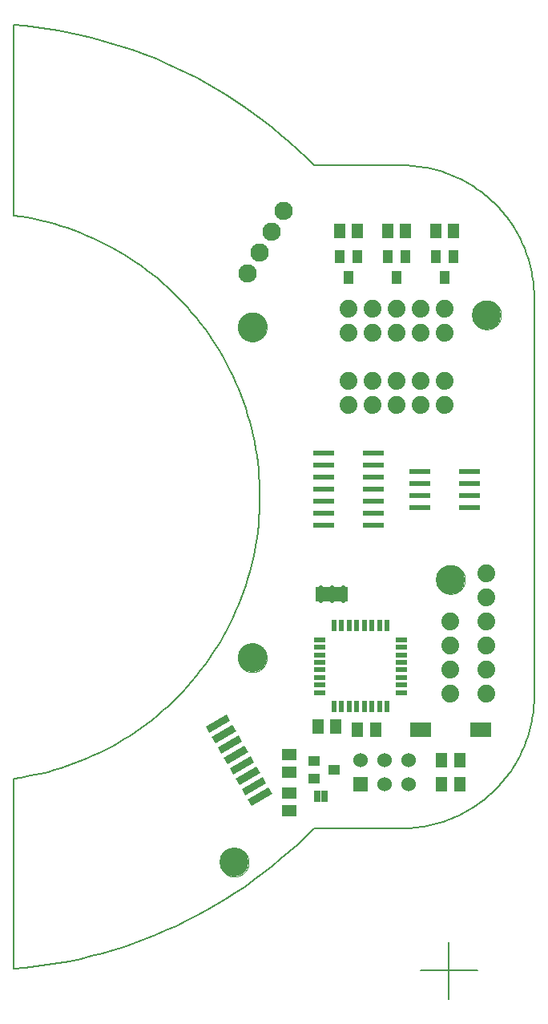
<source format=gts>
G75*
%MOIN*%
%OFA0B0*%
%FSLAX25Y25*%
%IPPOS*%
%LPD*%
%AMOC8*
5,1,8,0,0,1.08239X$1,22.5*
%
%ADD10C,0.00600*%
%ADD11C,0.00000*%
%ADD12C,0.12000*%
%ADD13R,0.05906X0.05118*%
%ADD14R,0.04724X0.04000*%
%ADD15R,0.02500X0.05000*%
%ADD16C,0.07400*%
%ADD17R,0.10000X0.03000*%
%ADD18R,0.03937X0.05512*%
%ADD19R,0.05118X0.05906*%
%ADD20R,0.08661X0.02362*%
%ADD21R,0.02200X0.05000*%
%ADD22R,0.05000X0.02200*%
%ADD23C,0.01772*%
%ADD24R,0.13760X0.06040*%
%ADD25R,0.06000X0.06000*%
%ADD26C,0.06000*%
%ADD27C,0.07600*%
%ADD28R,0.09055X0.06299*%
D10*
X0001300Y0013742D02*
X0001300Y0092906D01*
X0001300Y0013742D02*
X0005974Y0014173D01*
X0010636Y0014716D01*
X0015284Y0015369D01*
X0019914Y0016133D01*
X0024526Y0017008D01*
X0029115Y0017992D01*
X0033680Y0019085D01*
X0038217Y0020287D01*
X0042724Y0021596D01*
X0047198Y0023013D01*
X0051638Y0024536D01*
X0056040Y0026164D01*
X0060402Y0027897D01*
X0064721Y0029733D01*
X0068996Y0031672D01*
X0073223Y0033712D01*
X0077400Y0035852D01*
X0081525Y0038091D01*
X0085595Y0040428D01*
X0089609Y0042862D01*
X0093563Y0045390D01*
X0097456Y0048012D01*
X0101285Y0050726D01*
X0105049Y0053531D01*
X0108744Y0056424D01*
X0112370Y0059405D01*
X0115923Y0062471D01*
X0119403Y0065621D01*
X0122806Y0068854D01*
X0126131Y0072166D01*
X0162717Y0072166D01*
X0182402Y0024922D02*
X0182402Y0001300D01*
X0170591Y0013111D02*
X0194213Y0013111D01*
X0217835Y0127284D02*
X0217835Y0292639D01*
X0217819Y0293971D01*
X0217771Y0295302D01*
X0217690Y0296631D01*
X0217578Y0297959D01*
X0217433Y0299283D01*
X0217257Y0300603D01*
X0217048Y0301919D01*
X0216808Y0303229D01*
X0216536Y0304533D01*
X0216233Y0305830D01*
X0215899Y0307119D01*
X0215534Y0308400D01*
X0215137Y0309671D01*
X0214710Y0310933D01*
X0214253Y0312184D01*
X0213766Y0313424D01*
X0213249Y0314651D01*
X0212702Y0315866D01*
X0212126Y0317067D01*
X0211522Y0318254D01*
X0210888Y0319425D01*
X0210227Y0320582D01*
X0209538Y0321721D01*
X0208822Y0322844D01*
X0208078Y0323950D01*
X0207308Y0325037D01*
X0206513Y0326105D01*
X0205691Y0327153D01*
X0204845Y0328181D01*
X0203973Y0329189D01*
X0203078Y0330175D01*
X0202159Y0331140D01*
X0201218Y0332081D01*
X0200253Y0333000D01*
X0199267Y0333895D01*
X0198259Y0334767D01*
X0197231Y0335613D01*
X0196183Y0336435D01*
X0195115Y0337230D01*
X0194028Y0338000D01*
X0192922Y0338744D01*
X0191799Y0339460D01*
X0190660Y0340149D01*
X0189503Y0340810D01*
X0188332Y0341444D01*
X0187145Y0342048D01*
X0185944Y0342624D01*
X0184729Y0343171D01*
X0183502Y0343688D01*
X0182262Y0344175D01*
X0181011Y0344632D01*
X0179749Y0345059D01*
X0178478Y0345456D01*
X0177197Y0345821D01*
X0175908Y0346155D01*
X0174611Y0346458D01*
X0173307Y0346730D01*
X0171997Y0346970D01*
X0170681Y0347179D01*
X0169361Y0347355D01*
X0168037Y0347500D01*
X0166709Y0347612D01*
X0165380Y0347693D01*
X0164049Y0347741D01*
X0162717Y0347757D01*
X0126131Y0347757D01*
X0217835Y0127284D02*
X0217819Y0125952D01*
X0217771Y0124621D01*
X0217690Y0123292D01*
X0217578Y0121964D01*
X0217433Y0120640D01*
X0217257Y0119320D01*
X0217048Y0118004D01*
X0216808Y0116694D01*
X0216536Y0115390D01*
X0216233Y0114093D01*
X0215899Y0112804D01*
X0215534Y0111523D01*
X0215137Y0110252D01*
X0214710Y0108990D01*
X0214253Y0107739D01*
X0213766Y0106499D01*
X0213249Y0105272D01*
X0212702Y0104057D01*
X0212126Y0102856D01*
X0211522Y0101669D01*
X0210888Y0100498D01*
X0210227Y0099341D01*
X0209538Y0098202D01*
X0208822Y0097079D01*
X0208078Y0095973D01*
X0207308Y0094886D01*
X0206513Y0093818D01*
X0205691Y0092770D01*
X0204845Y0091742D01*
X0203973Y0090734D01*
X0203078Y0089748D01*
X0202159Y0088783D01*
X0201218Y0087842D01*
X0200253Y0086923D01*
X0199267Y0086028D01*
X0198259Y0085156D01*
X0197231Y0084310D01*
X0196183Y0083488D01*
X0195115Y0082693D01*
X0194028Y0081923D01*
X0192922Y0081179D01*
X0191799Y0080463D01*
X0190660Y0079774D01*
X0189503Y0079113D01*
X0188332Y0078479D01*
X0187145Y0077875D01*
X0185944Y0077299D01*
X0184729Y0076752D01*
X0183502Y0076235D01*
X0182262Y0075748D01*
X0181011Y0075291D01*
X0179749Y0074864D01*
X0178478Y0074467D01*
X0177197Y0074102D01*
X0175908Y0073768D01*
X0174611Y0073465D01*
X0173307Y0073193D01*
X0171997Y0072953D01*
X0170681Y0072744D01*
X0169361Y0072568D01*
X0168037Y0072423D01*
X0166709Y0072311D01*
X0165380Y0072230D01*
X0164049Y0072182D01*
X0162717Y0072166D01*
X0001300Y0092906D02*
X0004146Y0093324D01*
X0006981Y0093811D01*
X0009804Y0094368D01*
X0012612Y0094993D01*
X0015404Y0095686D01*
X0018178Y0096447D01*
X0020933Y0097275D01*
X0023667Y0098170D01*
X0026378Y0099131D01*
X0029065Y0100159D01*
X0031727Y0101251D01*
X0034361Y0102408D01*
X0036965Y0103628D01*
X0039540Y0104912D01*
X0042082Y0106258D01*
X0044591Y0107666D01*
X0047065Y0109134D01*
X0049502Y0110662D01*
X0051902Y0112249D01*
X0054262Y0113894D01*
X0056581Y0115596D01*
X0058858Y0117353D01*
X0061092Y0119166D01*
X0063281Y0121033D01*
X0065424Y0122952D01*
X0067519Y0124923D01*
X0069566Y0126945D01*
X0071563Y0129016D01*
X0073509Y0131134D01*
X0075402Y0133300D01*
X0077243Y0135511D01*
X0079029Y0137766D01*
X0080759Y0140064D01*
X0082433Y0142404D01*
X0084050Y0144783D01*
X0085608Y0147201D01*
X0087107Y0149657D01*
X0088545Y0152148D01*
X0089923Y0154674D01*
X0091238Y0157232D01*
X0092491Y0159821D01*
X0093681Y0162441D01*
X0094806Y0165088D01*
X0095866Y0167763D01*
X0096861Y0170462D01*
X0097790Y0173184D01*
X0098653Y0175929D01*
X0099448Y0178693D01*
X0100176Y0181477D01*
X0100835Y0184277D01*
X0101427Y0187092D01*
X0101949Y0189921D01*
X0102403Y0192762D01*
X0102787Y0195612D01*
X0103102Y0198472D01*
X0103347Y0201338D01*
X0103522Y0204210D01*
X0103627Y0207084D01*
X0103662Y0209961D01*
X0103627Y0212838D01*
X0103522Y0215712D01*
X0103347Y0218584D01*
X0103102Y0221450D01*
X0102787Y0224310D01*
X0102403Y0227160D01*
X0101949Y0230001D01*
X0101427Y0232830D01*
X0100835Y0235645D01*
X0100176Y0238445D01*
X0099448Y0241229D01*
X0098653Y0243993D01*
X0097790Y0246738D01*
X0096861Y0249460D01*
X0095866Y0252159D01*
X0094806Y0254834D01*
X0093681Y0257481D01*
X0092491Y0260101D01*
X0091238Y0262690D01*
X0089923Y0265248D01*
X0088545Y0267774D01*
X0087107Y0270265D01*
X0085608Y0272721D01*
X0084050Y0275139D01*
X0082433Y0277518D01*
X0080759Y0279858D01*
X0079029Y0282156D01*
X0077243Y0284411D01*
X0075402Y0286622D01*
X0073509Y0288788D01*
X0071563Y0290906D01*
X0069566Y0292977D01*
X0067519Y0294999D01*
X0065424Y0296970D01*
X0063281Y0298889D01*
X0061092Y0300756D01*
X0058858Y0302569D01*
X0056581Y0304326D01*
X0054262Y0306028D01*
X0051902Y0307673D01*
X0049502Y0309260D01*
X0047065Y0310788D01*
X0044591Y0312256D01*
X0042082Y0313664D01*
X0039540Y0315010D01*
X0036965Y0316294D01*
X0034361Y0317514D01*
X0031727Y0318671D01*
X0029065Y0319763D01*
X0026378Y0320791D01*
X0023667Y0321752D01*
X0020933Y0322647D01*
X0018178Y0323475D01*
X0015404Y0324236D01*
X0012612Y0324929D01*
X0009804Y0325554D01*
X0006981Y0326111D01*
X0004146Y0326598D01*
X0001300Y0327016D01*
X0001300Y0327017D02*
X0001300Y0406220D01*
X0005974Y0405787D01*
X0010636Y0405244D01*
X0015285Y0404589D01*
X0019916Y0403823D01*
X0024528Y0402948D01*
X0029117Y0401962D01*
X0033682Y0400868D01*
X0038219Y0399665D01*
X0042726Y0398354D01*
X0047201Y0396936D01*
X0051641Y0395412D01*
X0056043Y0393782D01*
X0060405Y0392048D01*
X0064725Y0390210D01*
X0068999Y0388270D01*
X0073226Y0386229D01*
X0077403Y0384087D01*
X0081528Y0381847D01*
X0085598Y0379508D01*
X0089612Y0377074D01*
X0093566Y0374544D01*
X0097458Y0371921D01*
X0101288Y0369205D01*
X0105051Y0366400D01*
X0108746Y0363505D01*
X0112371Y0360523D01*
X0115924Y0357455D01*
X0119403Y0354304D01*
X0122806Y0351070D01*
X0126131Y0347756D01*
D11*
X0094552Y0280611D02*
X0094554Y0280765D01*
X0094560Y0280920D01*
X0094570Y0281074D01*
X0094584Y0281228D01*
X0094602Y0281381D01*
X0094623Y0281534D01*
X0094649Y0281687D01*
X0094679Y0281838D01*
X0094712Y0281989D01*
X0094750Y0282139D01*
X0094791Y0282288D01*
X0094836Y0282436D01*
X0094885Y0282582D01*
X0094938Y0282728D01*
X0094994Y0282871D01*
X0095054Y0283014D01*
X0095118Y0283154D01*
X0095185Y0283294D01*
X0095256Y0283431D01*
X0095330Y0283566D01*
X0095408Y0283700D01*
X0095489Y0283831D01*
X0095574Y0283960D01*
X0095662Y0284088D01*
X0095753Y0284212D01*
X0095847Y0284335D01*
X0095945Y0284455D01*
X0096045Y0284572D01*
X0096149Y0284687D01*
X0096255Y0284799D01*
X0096364Y0284908D01*
X0096476Y0285014D01*
X0096591Y0285118D01*
X0096708Y0285218D01*
X0096828Y0285316D01*
X0096951Y0285410D01*
X0097075Y0285501D01*
X0097203Y0285589D01*
X0097332Y0285674D01*
X0097463Y0285755D01*
X0097597Y0285833D01*
X0097732Y0285907D01*
X0097869Y0285978D01*
X0098009Y0286045D01*
X0098149Y0286109D01*
X0098292Y0286169D01*
X0098435Y0286225D01*
X0098581Y0286278D01*
X0098727Y0286327D01*
X0098875Y0286372D01*
X0099024Y0286413D01*
X0099174Y0286451D01*
X0099325Y0286484D01*
X0099476Y0286514D01*
X0099629Y0286540D01*
X0099782Y0286561D01*
X0099935Y0286579D01*
X0100089Y0286593D01*
X0100243Y0286603D01*
X0100398Y0286609D01*
X0100552Y0286611D01*
X0100706Y0286609D01*
X0100861Y0286603D01*
X0101015Y0286593D01*
X0101169Y0286579D01*
X0101322Y0286561D01*
X0101475Y0286540D01*
X0101628Y0286514D01*
X0101779Y0286484D01*
X0101930Y0286451D01*
X0102080Y0286413D01*
X0102229Y0286372D01*
X0102377Y0286327D01*
X0102523Y0286278D01*
X0102669Y0286225D01*
X0102812Y0286169D01*
X0102955Y0286109D01*
X0103095Y0286045D01*
X0103235Y0285978D01*
X0103372Y0285907D01*
X0103507Y0285833D01*
X0103641Y0285755D01*
X0103772Y0285674D01*
X0103901Y0285589D01*
X0104029Y0285501D01*
X0104153Y0285410D01*
X0104276Y0285316D01*
X0104396Y0285218D01*
X0104513Y0285118D01*
X0104628Y0285014D01*
X0104740Y0284908D01*
X0104849Y0284799D01*
X0104955Y0284687D01*
X0105059Y0284572D01*
X0105159Y0284455D01*
X0105257Y0284335D01*
X0105351Y0284212D01*
X0105442Y0284088D01*
X0105530Y0283960D01*
X0105615Y0283831D01*
X0105696Y0283700D01*
X0105774Y0283566D01*
X0105848Y0283431D01*
X0105919Y0283294D01*
X0105986Y0283154D01*
X0106050Y0283014D01*
X0106110Y0282871D01*
X0106166Y0282728D01*
X0106219Y0282582D01*
X0106268Y0282436D01*
X0106313Y0282288D01*
X0106354Y0282139D01*
X0106392Y0281989D01*
X0106425Y0281838D01*
X0106455Y0281687D01*
X0106481Y0281534D01*
X0106502Y0281381D01*
X0106520Y0281228D01*
X0106534Y0281074D01*
X0106544Y0280920D01*
X0106550Y0280765D01*
X0106552Y0280611D01*
X0106550Y0280457D01*
X0106544Y0280302D01*
X0106534Y0280148D01*
X0106520Y0279994D01*
X0106502Y0279841D01*
X0106481Y0279688D01*
X0106455Y0279535D01*
X0106425Y0279384D01*
X0106392Y0279233D01*
X0106354Y0279083D01*
X0106313Y0278934D01*
X0106268Y0278786D01*
X0106219Y0278640D01*
X0106166Y0278494D01*
X0106110Y0278351D01*
X0106050Y0278208D01*
X0105986Y0278068D01*
X0105919Y0277928D01*
X0105848Y0277791D01*
X0105774Y0277656D01*
X0105696Y0277522D01*
X0105615Y0277391D01*
X0105530Y0277262D01*
X0105442Y0277134D01*
X0105351Y0277010D01*
X0105257Y0276887D01*
X0105159Y0276767D01*
X0105059Y0276650D01*
X0104955Y0276535D01*
X0104849Y0276423D01*
X0104740Y0276314D01*
X0104628Y0276208D01*
X0104513Y0276104D01*
X0104396Y0276004D01*
X0104276Y0275906D01*
X0104153Y0275812D01*
X0104029Y0275721D01*
X0103901Y0275633D01*
X0103772Y0275548D01*
X0103641Y0275467D01*
X0103507Y0275389D01*
X0103372Y0275315D01*
X0103235Y0275244D01*
X0103095Y0275177D01*
X0102955Y0275113D01*
X0102812Y0275053D01*
X0102669Y0274997D01*
X0102523Y0274944D01*
X0102377Y0274895D01*
X0102229Y0274850D01*
X0102080Y0274809D01*
X0101930Y0274771D01*
X0101779Y0274738D01*
X0101628Y0274708D01*
X0101475Y0274682D01*
X0101322Y0274661D01*
X0101169Y0274643D01*
X0101015Y0274629D01*
X0100861Y0274619D01*
X0100706Y0274613D01*
X0100552Y0274611D01*
X0100398Y0274613D01*
X0100243Y0274619D01*
X0100089Y0274629D01*
X0099935Y0274643D01*
X0099782Y0274661D01*
X0099629Y0274682D01*
X0099476Y0274708D01*
X0099325Y0274738D01*
X0099174Y0274771D01*
X0099024Y0274809D01*
X0098875Y0274850D01*
X0098727Y0274895D01*
X0098581Y0274944D01*
X0098435Y0274997D01*
X0098292Y0275053D01*
X0098149Y0275113D01*
X0098009Y0275177D01*
X0097869Y0275244D01*
X0097732Y0275315D01*
X0097597Y0275389D01*
X0097463Y0275467D01*
X0097332Y0275548D01*
X0097203Y0275633D01*
X0097075Y0275721D01*
X0096951Y0275812D01*
X0096828Y0275906D01*
X0096708Y0276004D01*
X0096591Y0276104D01*
X0096476Y0276208D01*
X0096364Y0276314D01*
X0096255Y0276423D01*
X0096149Y0276535D01*
X0096045Y0276650D01*
X0095945Y0276767D01*
X0095847Y0276887D01*
X0095753Y0277010D01*
X0095662Y0277134D01*
X0095574Y0277262D01*
X0095489Y0277391D01*
X0095408Y0277522D01*
X0095330Y0277656D01*
X0095256Y0277791D01*
X0095185Y0277928D01*
X0095118Y0278068D01*
X0095054Y0278208D01*
X0094994Y0278351D01*
X0094938Y0278494D01*
X0094885Y0278640D01*
X0094836Y0278786D01*
X0094791Y0278934D01*
X0094750Y0279083D01*
X0094712Y0279233D01*
X0094679Y0279384D01*
X0094649Y0279535D01*
X0094623Y0279688D01*
X0094602Y0279841D01*
X0094584Y0279994D01*
X0094570Y0280148D01*
X0094560Y0280302D01*
X0094554Y0280457D01*
X0094552Y0280611D01*
X0094552Y0143111D02*
X0094554Y0143265D01*
X0094560Y0143420D01*
X0094570Y0143574D01*
X0094584Y0143728D01*
X0094602Y0143881D01*
X0094623Y0144034D01*
X0094649Y0144187D01*
X0094679Y0144338D01*
X0094712Y0144489D01*
X0094750Y0144639D01*
X0094791Y0144788D01*
X0094836Y0144936D01*
X0094885Y0145082D01*
X0094938Y0145228D01*
X0094994Y0145371D01*
X0095054Y0145514D01*
X0095118Y0145654D01*
X0095185Y0145794D01*
X0095256Y0145931D01*
X0095330Y0146066D01*
X0095408Y0146200D01*
X0095489Y0146331D01*
X0095574Y0146460D01*
X0095662Y0146588D01*
X0095753Y0146712D01*
X0095847Y0146835D01*
X0095945Y0146955D01*
X0096045Y0147072D01*
X0096149Y0147187D01*
X0096255Y0147299D01*
X0096364Y0147408D01*
X0096476Y0147514D01*
X0096591Y0147618D01*
X0096708Y0147718D01*
X0096828Y0147816D01*
X0096951Y0147910D01*
X0097075Y0148001D01*
X0097203Y0148089D01*
X0097332Y0148174D01*
X0097463Y0148255D01*
X0097597Y0148333D01*
X0097732Y0148407D01*
X0097869Y0148478D01*
X0098009Y0148545D01*
X0098149Y0148609D01*
X0098292Y0148669D01*
X0098435Y0148725D01*
X0098581Y0148778D01*
X0098727Y0148827D01*
X0098875Y0148872D01*
X0099024Y0148913D01*
X0099174Y0148951D01*
X0099325Y0148984D01*
X0099476Y0149014D01*
X0099629Y0149040D01*
X0099782Y0149061D01*
X0099935Y0149079D01*
X0100089Y0149093D01*
X0100243Y0149103D01*
X0100398Y0149109D01*
X0100552Y0149111D01*
X0100706Y0149109D01*
X0100861Y0149103D01*
X0101015Y0149093D01*
X0101169Y0149079D01*
X0101322Y0149061D01*
X0101475Y0149040D01*
X0101628Y0149014D01*
X0101779Y0148984D01*
X0101930Y0148951D01*
X0102080Y0148913D01*
X0102229Y0148872D01*
X0102377Y0148827D01*
X0102523Y0148778D01*
X0102669Y0148725D01*
X0102812Y0148669D01*
X0102955Y0148609D01*
X0103095Y0148545D01*
X0103235Y0148478D01*
X0103372Y0148407D01*
X0103507Y0148333D01*
X0103641Y0148255D01*
X0103772Y0148174D01*
X0103901Y0148089D01*
X0104029Y0148001D01*
X0104153Y0147910D01*
X0104276Y0147816D01*
X0104396Y0147718D01*
X0104513Y0147618D01*
X0104628Y0147514D01*
X0104740Y0147408D01*
X0104849Y0147299D01*
X0104955Y0147187D01*
X0105059Y0147072D01*
X0105159Y0146955D01*
X0105257Y0146835D01*
X0105351Y0146712D01*
X0105442Y0146588D01*
X0105530Y0146460D01*
X0105615Y0146331D01*
X0105696Y0146200D01*
X0105774Y0146066D01*
X0105848Y0145931D01*
X0105919Y0145794D01*
X0105986Y0145654D01*
X0106050Y0145514D01*
X0106110Y0145371D01*
X0106166Y0145228D01*
X0106219Y0145082D01*
X0106268Y0144936D01*
X0106313Y0144788D01*
X0106354Y0144639D01*
X0106392Y0144489D01*
X0106425Y0144338D01*
X0106455Y0144187D01*
X0106481Y0144034D01*
X0106502Y0143881D01*
X0106520Y0143728D01*
X0106534Y0143574D01*
X0106544Y0143420D01*
X0106550Y0143265D01*
X0106552Y0143111D01*
X0106550Y0142957D01*
X0106544Y0142802D01*
X0106534Y0142648D01*
X0106520Y0142494D01*
X0106502Y0142341D01*
X0106481Y0142188D01*
X0106455Y0142035D01*
X0106425Y0141884D01*
X0106392Y0141733D01*
X0106354Y0141583D01*
X0106313Y0141434D01*
X0106268Y0141286D01*
X0106219Y0141140D01*
X0106166Y0140994D01*
X0106110Y0140851D01*
X0106050Y0140708D01*
X0105986Y0140568D01*
X0105919Y0140428D01*
X0105848Y0140291D01*
X0105774Y0140156D01*
X0105696Y0140022D01*
X0105615Y0139891D01*
X0105530Y0139762D01*
X0105442Y0139634D01*
X0105351Y0139510D01*
X0105257Y0139387D01*
X0105159Y0139267D01*
X0105059Y0139150D01*
X0104955Y0139035D01*
X0104849Y0138923D01*
X0104740Y0138814D01*
X0104628Y0138708D01*
X0104513Y0138604D01*
X0104396Y0138504D01*
X0104276Y0138406D01*
X0104153Y0138312D01*
X0104029Y0138221D01*
X0103901Y0138133D01*
X0103772Y0138048D01*
X0103641Y0137967D01*
X0103507Y0137889D01*
X0103372Y0137815D01*
X0103235Y0137744D01*
X0103095Y0137677D01*
X0102955Y0137613D01*
X0102812Y0137553D01*
X0102669Y0137497D01*
X0102523Y0137444D01*
X0102377Y0137395D01*
X0102229Y0137350D01*
X0102080Y0137309D01*
X0101930Y0137271D01*
X0101779Y0137238D01*
X0101628Y0137208D01*
X0101475Y0137182D01*
X0101322Y0137161D01*
X0101169Y0137143D01*
X0101015Y0137129D01*
X0100861Y0137119D01*
X0100706Y0137113D01*
X0100552Y0137111D01*
X0100398Y0137113D01*
X0100243Y0137119D01*
X0100089Y0137129D01*
X0099935Y0137143D01*
X0099782Y0137161D01*
X0099629Y0137182D01*
X0099476Y0137208D01*
X0099325Y0137238D01*
X0099174Y0137271D01*
X0099024Y0137309D01*
X0098875Y0137350D01*
X0098727Y0137395D01*
X0098581Y0137444D01*
X0098435Y0137497D01*
X0098292Y0137553D01*
X0098149Y0137613D01*
X0098009Y0137677D01*
X0097869Y0137744D01*
X0097732Y0137815D01*
X0097597Y0137889D01*
X0097463Y0137967D01*
X0097332Y0138048D01*
X0097203Y0138133D01*
X0097075Y0138221D01*
X0096951Y0138312D01*
X0096828Y0138406D01*
X0096708Y0138504D01*
X0096591Y0138604D01*
X0096476Y0138708D01*
X0096364Y0138814D01*
X0096255Y0138923D01*
X0096149Y0139035D01*
X0096045Y0139150D01*
X0095945Y0139267D01*
X0095847Y0139387D01*
X0095753Y0139510D01*
X0095662Y0139634D01*
X0095574Y0139762D01*
X0095489Y0139891D01*
X0095408Y0140022D01*
X0095330Y0140156D01*
X0095256Y0140291D01*
X0095185Y0140428D01*
X0095118Y0140568D01*
X0095054Y0140708D01*
X0094994Y0140851D01*
X0094938Y0140994D01*
X0094885Y0141140D01*
X0094836Y0141286D01*
X0094791Y0141434D01*
X0094750Y0141583D01*
X0094712Y0141733D01*
X0094679Y0141884D01*
X0094649Y0142035D01*
X0094623Y0142188D01*
X0094602Y0142341D01*
X0094584Y0142494D01*
X0094570Y0142648D01*
X0094560Y0142802D01*
X0094554Y0142957D01*
X0094552Y0143111D01*
X0087052Y0058111D02*
X0087054Y0058265D01*
X0087060Y0058420D01*
X0087070Y0058574D01*
X0087084Y0058728D01*
X0087102Y0058881D01*
X0087123Y0059034D01*
X0087149Y0059187D01*
X0087179Y0059338D01*
X0087212Y0059489D01*
X0087250Y0059639D01*
X0087291Y0059788D01*
X0087336Y0059936D01*
X0087385Y0060082D01*
X0087438Y0060228D01*
X0087494Y0060371D01*
X0087554Y0060514D01*
X0087618Y0060654D01*
X0087685Y0060794D01*
X0087756Y0060931D01*
X0087830Y0061066D01*
X0087908Y0061200D01*
X0087989Y0061331D01*
X0088074Y0061460D01*
X0088162Y0061588D01*
X0088253Y0061712D01*
X0088347Y0061835D01*
X0088445Y0061955D01*
X0088545Y0062072D01*
X0088649Y0062187D01*
X0088755Y0062299D01*
X0088864Y0062408D01*
X0088976Y0062514D01*
X0089091Y0062618D01*
X0089208Y0062718D01*
X0089328Y0062816D01*
X0089451Y0062910D01*
X0089575Y0063001D01*
X0089703Y0063089D01*
X0089832Y0063174D01*
X0089963Y0063255D01*
X0090097Y0063333D01*
X0090232Y0063407D01*
X0090369Y0063478D01*
X0090509Y0063545D01*
X0090649Y0063609D01*
X0090792Y0063669D01*
X0090935Y0063725D01*
X0091081Y0063778D01*
X0091227Y0063827D01*
X0091375Y0063872D01*
X0091524Y0063913D01*
X0091674Y0063951D01*
X0091825Y0063984D01*
X0091976Y0064014D01*
X0092129Y0064040D01*
X0092282Y0064061D01*
X0092435Y0064079D01*
X0092589Y0064093D01*
X0092743Y0064103D01*
X0092898Y0064109D01*
X0093052Y0064111D01*
X0093206Y0064109D01*
X0093361Y0064103D01*
X0093515Y0064093D01*
X0093669Y0064079D01*
X0093822Y0064061D01*
X0093975Y0064040D01*
X0094128Y0064014D01*
X0094279Y0063984D01*
X0094430Y0063951D01*
X0094580Y0063913D01*
X0094729Y0063872D01*
X0094877Y0063827D01*
X0095023Y0063778D01*
X0095169Y0063725D01*
X0095312Y0063669D01*
X0095455Y0063609D01*
X0095595Y0063545D01*
X0095735Y0063478D01*
X0095872Y0063407D01*
X0096007Y0063333D01*
X0096141Y0063255D01*
X0096272Y0063174D01*
X0096401Y0063089D01*
X0096529Y0063001D01*
X0096653Y0062910D01*
X0096776Y0062816D01*
X0096896Y0062718D01*
X0097013Y0062618D01*
X0097128Y0062514D01*
X0097240Y0062408D01*
X0097349Y0062299D01*
X0097455Y0062187D01*
X0097559Y0062072D01*
X0097659Y0061955D01*
X0097757Y0061835D01*
X0097851Y0061712D01*
X0097942Y0061588D01*
X0098030Y0061460D01*
X0098115Y0061331D01*
X0098196Y0061200D01*
X0098274Y0061066D01*
X0098348Y0060931D01*
X0098419Y0060794D01*
X0098486Y0060654D01*
X0098550Y0060514D01*
X0098610Y0060371D01*
X0098666Y0060228D01*
X0098719Y0060082D01*
X0098768Y0059936D01*
X0098813Y0059788D01*
X0098854Y0059639D01*
X0098892Y0059489D01*
X0098925Y0059338D01*
X0098955Y0059187D01*
X0098981Y0059034D01*
X0099002Y0058881D01*
X0099020Y0058728D01*
X0099034Y0058574D01*
X0099044Y0058420D01*
X0099050Y0058265D01*
X0099052Y0058111D01*
X0099050Y0057957D01*
X0099044Y0057802D01*
X0099034Y0057648D01*
X0099020Y0057494D01*
X0099002Y0057341D01*
X0098981Y0057188D01*
X0098955Y0057035D01*
X0098925Y0056884D01*
X0098892Y0056733D01*
X0098854Y0056583D01*
X0098813Y0056434D01*
X0098768Y0056286D01*
X0098719Y0056140D01*
X0098666Y0055994D01*
X0098610Y0055851D01*
X0098550Y0055708D01*
X0098486Y0055568D01*
X0098419Y0055428D01*
X0098348Y0055291D01*
X0098274Y0055156D01*
X0098196Y0055022D01*
X0098115Y0054891D01*
X0098030Y0054762D01*
X0097942Y0054634D01*
X0097851Y0054510D01*
X0097757Y0054387D01*
X0097659Y0054267D01*
X0097559Y0054150D01*
X0097455Y0054035D01*
X0097349Y0053923D01*
X0097240Y0053814D01*
X0097128Y0053708D01*
X0097013Y0053604D01*
X0096896Y0053504D01*
X0096776Y0053406D01*
X0096653Y0053312D01*
X0096529Y0053221D01*
X0096401Y0053133D01*
X0096272Y0053048D01*
X0096141Y0052967D01*
X0096007Y0052889D01*
X0095872Y0052815D01*
X0095735Y0052744D01*
X0095595Y0052677D01*
X0095455Y0052613D01*
X0095312Y0052553D01*
X0095169Y0052497D01*
X0095023Y0052444D01*
X0094877Y0052395D01*
X0094729Y0052350D01*
X0094580Y0052309D01*
X0094430Y0052271D01*
X0094279Y0052238D01*
X0094128Y0052208D01*
X0093975Y0052182D01*
X0093822Y0052161D01*
X0093669Y0052143D01*
X0093515Y0052129D01*
X0093361Y0052119D01*
X0093206Y0052113D01*
X0093052Y0052111D01*
X0092898Y0052113D01*
X0092743Y0052119D01*
X0092589Y0052129D01*
X0092435Y0052143D01*
X0092282Y0052161D01*
X0092129Y0052182D01*
X0091976Y0052208D01*
X0091825Y0052238D01*
X0091674Y0052271D01*
X0091524Y0052309D01*
X0091375Y0052350D01*
X0091227Y0052395D01*
X0091081Y0052444D01*
X0090935Y0052497D01*
X0090792Y0052553D01*
X0090649Y0052613D01*
X0090509Y0052677D01*
X0090369Y0052744D01*
X0090232Y0052815D01*
X0090097Y0052889D01*
X0089963Y0052967D01*
X0089832Y0053048D01*
X0089703Y0053133D01*
X0089575Y0053221D01*
X0089451Y0053312D01*
X0089328Y0053406D01*
X0089208Y0053504D01*
X0089091Y0053604D01*
X0088976Y0053708D01*
X0088864Y0053814D01*
X0088755Y0053923D01*
X0088649Y0054035D01*
X0088545Y0054150D01*
X0088445Y0054267D01*
X0088347Y0054387D01*
X0088253Y0054510D01*
X0088162Y0054634D01*
X0088074Y0054762D01*
X0087989Y0054891D01*
X0087908Y0055022D01*
X0087830Y0055156D01*
X0087756Y0055291D01*
X0087685Y0055428D01*
X0087618Y0055568D01*
X0087554Y0055708D01*
X0087494Y0055851D01*
X0087438Y0055994D01*
X0087385Y0056140D01*
X0087336Y0056286D01*
X0087291Y0056434D01*
X0087250Y0056583D01*
X0087212Y0056733D01*
X0087179Y0056884D01*
X0087149Y0057035D01*
X0087123Y0057188D01*
X0087102Y0057341D01*
X0087084Y0057494D01*
X0087070Y0057648D01*
X0087060Y0057802D01*
X0087054Y0057957D01*
X0087052Y0058111D01*
X0177052Y0175611D02*
X0177054Y0175765D01*
X0177060Y0175920D01*
X0177070Y0176074D01*
X0177084Y0176228D01*
X0177102Y0176381D01*
X0177123Y0176534D01*
X0177149Y0176687D01*
X0177179Y0176838D01*
X0177212Y0176989D01*
X0177250Y0177139D01*
X0177291Y0177288D01*
X0177336Y0177436D01*
X0177385Y0177582D01*
X0177438Y0177728D01*
X0177494Y0177871D01*
X0177554Y0178014D01*
X0177618Y0178154D01*
X0177685Y0178294D01*
X0177756Y0178431D01*
X0177830Y0178566D01*
X0177908Y0178700D01*
X0177989Y0178831D01*
X0178074Y0178960D01*
X0178162Y0179088D01*
X0178253Y0179212D01*
X0178347Y0179335D01*
X0178445Y0179455D01*
X0178545Y0179572D01*
X0178649Y0179687D01*
X0178755Y0179799D01*
X0178864Y0179908D01*
X0178976Y0180014D01*
X0179091Y0180118D01*
X0179208Y0180218D01*
X0179328Y0180316D01*
X0179451Y0180410D01*
X0179575Y0180501D01*
X0179703Y0180589D01*
X0179832Y0180674D01*
X0179963Y0180755D01*
X0180097Y0180833D01*
X0180232Y0180907D01*
X0180369Y0180978D01*
X0180509Y0181045D01*
X0180649Y0181109D01*
X0180792Y0181169D01*
X0180935Y0181225D01*
X0181081Y0181278D01*
X0181227Y0181327D01*
X0181375Y0181372D01*
X0181524Y0181413D01*
X0181674Y0181451D01*
X0181825Y0181484D01*
X0181976Y0181514D01*
X0182129Y0181540D01*
X0182282Y0181561D01*
X0182435Y0181579D01*
X0182589Y0181593D01*
X0182743Y0181603D01*
X0182898Y0181609D01*
X0183052Y0181611D01*
X0183206Y0181609D01*
X0183361Y0181603D01*
X0183515Y0181593D01*
X0183669Y0181579D01*
X0183822Y0181561D01*
X0183975Y0181540D01*
X0184128Y0181514D01*
X0184279Y0181484D01*
X0184430Y0181451D01*
X0184580Y0181413D01*
X0184729Y0181372D01*
X0184877Y0181327D01*
X0185023Y0181278D01*
X0185169Y0181225D01*
X0185312Y0181169D01*
X0185455Y0181109D01*
X0185595Y0181045D01*
X0185735Y0180978D01*
X0185872Y0180907D01*
X0186007Y0180833D01*
X0186141Y0180755D01*
X0186272Y0180674D01*
X0186401Y0180589D01*
X0186529Y0180501D01*
X0186653Y0180410D01*
X0186776Y0180316D01*
X0186896Y0180218D01*
X0187013Y0180118D01*
X0187128Y0180014D01*
X0187240Y0179908D01*
X0187349Y0179799D01*
X0187455Y0179687D01*
X0187559Y0179572D01*
X0187659Y0179455D01*
X0187757Y0179335D01*
X0187851Y0179212D01*
X0187942Y0179088D01*
X0188030Y0178960D01*
X0188115Y0178831D01*
X0188196Y0178700D01*
X0188274Y0178566D01*
X0188348Y0178431D01*
X0188419Y0178294D01*
X0188486Y0178154D01*
X0188550Y0178014D01*
X0188610Y0177871D01*
X0188666Y0177728D01*
X0188719Y0177582D01*
X0188768Y0177436D01*
X0188813Y0177288D01*
X0188854Y0177139D01*
X0188892Y0176989D01*
X0188925Y0176838D01*
X0188955Y0176687D01*
X0188981Y0176534D01*
X0189002Y0176381D01*
X0189020Y0176228D01*
X0189034Y0176074D01*
X0189044Y0175920D01*
X0189050Y0175765D01*
X0189052Y0175611D01*
X0189050Y0175457D01*
X0189044Y0175302D01*
X0189034Y0175148D01*
X0189020Y0174994D01*
X0189002Y0174841D01*
X0188981Y0174688D01*
X0188955Y0174535D01*
X0188925Y0174384D01*
X0188892Y0174233D01*
X0188854Y0174083D01*
X0188813Y0173934D01*
X0188768Y0173786D01*
X0188719Y0173640D01*
X0188666Y0173494D01*
X0188610Y0173351D01*
X0188550Y0173208D01*
X0188486Y0173068D01*
X0188419Y0172928D01*
X0188348Y0172791D01*
X0188274Y0172656D01*
X0188196Y0172522D01*
X0188115Y0172391D01*
X0188030Y0172262D01*
X0187942Y0172134D01*
X0187851Y0172010D01*
X0187757Y0171887D01*
X0187659Y0171767D01*
X0187559Y0171650D01*
X0187455Y0171535D01*
X0187349Y0171423D01*
X0187240Y0171314D01*
X0187128Y0171208D01*
X0187013Y0171104D01*
X0186896Y0171004D01*
X0186776Y0170906D01*
X0186653Y0170812D01*
X0186529Y0170721D01*
X0186401Y0170633D01*
X0186272Y0170548D01*
X0186141Y0170467D01*
X0186007Y0170389D01*
X0185872Y0170315D01*
X0185735Y0170244D01*
X0185595Y0170177D01*
X0185455Y0170113D01*
X0185312Y0170053D01*
X0185169Y0169997D01*
X0185023Y0169944D01*
X0184877Y0169895D01*
X0184729Y0169850D01*
X0184580Y0169809D01*
X0184430Y0169771D01*
X0184279Y0169738D01*
X0184128Y0169708D01*
X0183975Y0169682D01*
X0183822Y0169661D01*
X0183669Y0169643D01*
X0183515Y0169629D01*
X0183361Y0169619D01*
X0183206Y0169613D01*
X0183052Y0169611D01*
X0182898Y0169613D01*
X0182743Y0169619D01*
X0182589Y0169629D01*
X0182435Y0169643D01*
X0182282Y0169661D01*
X0182129Y0169682D01*
X0181976Y0169708D01*
X0181825Y0169738D01*
X0181674Y0169771D01*
X0181524Y0169809D01*
X0181375Y0169850D01*
X0181227Y0169895D01*
X0181081Y0169944D01*
X0180935Y0169997D01*
X0180792Y0170053D01*
X0180649Y0170113D01*
X0180509Y0170177D01*
X0180369Y0170244D01*
X0180232Y0170315D01*
X0180097Y0170389D01*
X0179963Y0170467D01*
X0179832Y0170548D01*
X0179703Y0170633D01*
X0179575Y0170721D01*
X0179451Y0170812D01*
X0179328Y0170906D01*
X0179208Y0171004D01*
X0179091Y0171104D01*
X0178976Y0171208D01*
X0178864Y0171314D01*
X0178755Y0171423D01*
X0178649Y0171535D01*
X0178545Y0171650D01*
X0178445Y0171767D01*
X0178347Y0171887D01*
X0178253Y0172010D01*
X0178162Y0172134D01*
X0178074Y0172262D01*
X0177989Y0172391D01*
X0177908Y0172522D01*
X0177830Y0172656D01*
X0177756Y0172791D01*
X0177685Y0172928D01*
X0177618Y0173068D01*
X0177554Y0173208D01*
X0177494Y0173351D01*
X0177438Y0173494D01*
X0177385Y0173640D01*
X0177336Y0173786D01*
X0177291Y0173934D01*
X0177250Y0174083D01*
X0177212Y0174233D01*
X0177179Y0174384D01*
X0177149Y0174535D01*
X0177123Y0174688D01*
X0177102Y0174841D01*
X0177084Y0174994D01*
X0177070Y0175148D01*
X0177060Y0175302D01*
X0177054Y0175457D01*
X0177052Y0175611D01*
X0192052Y0285611D02*
X0192054Y0285765D01*
X0192060Y0285920D01*
X0192070Y0286074D01*
X0192084Y0286228D01*
X0192102Y0286381D01*
X0192123Y0286534D01*
X0192149Y0286687D01*
X0192179Y0286838D01*
X0192212Y0286989D01*
X0192250Y0287139D01*
X0192291Y0287288D01*
X0192336Y0287436D01*
X0192385Y0287582D01*
X0192438Y0287728D01*
X0192494Y0287871D01*
X0192554Y0288014D01*
X0192618Y0288154D01*
X0192685Y0288294D01*
X0192756Y0288431D01*
X0192830Y0288566D01*
X0192908Y0288700D01*
X0192989Y0288831D01*
X0193074Y0288960D01*
X0193162Y0289088D01*
X0193253Y0289212D01*
X0193347Y0289335D01*
X0193445Y0289455D01*
X0193545Y0289572D01*
X0193649Y0289687D01*
X0193755Y0289799D01*
X0193864Y0289908D01*
X0193976Y0290014D01*
X0194091Y0290118D01*
X0194208Y0290218D01*
X0194328Y0290316D01*
X0194451Y0290410D01*
X0194575Y0290501D01*
X0194703Y0290589D01*
X0194832Y0290674D01*
X0194963Y0290755D01*
X0195097Y0290833D01*
X0195232Y0290907D01*
X0195369Y0290978D01*
X0195509Y0291045D01*
X0195649Y0291109D01*
X0195792Y0291169D01*
X0195935Y0291225D01*
X0196081Y0291278D01*
X0196227Y0291327D01*
X0196375Y0291372D01*
X0196524Y0291413D01*
X0196674Y0291451D01*
X0196825Y0291484D01*
X0196976Y0291514D01*
X0197129Y0291540D01*
X0197282Y0291561D01*
X0197435Y0291579D01*
X0197589Y0291593D01*
X0197743Y0291603D01*
X0197898Y0291609D01*
X0198052Y0291611D01*
X0198206Y0291609D01*
X0198361Y0291603D01*
X0198515Y0291593D01*
X0198669Y0291579D01*
X0198822Y0291561D01*
X0198975Y0291540D01*
X0199128Y0291514D01*
X0199279Y0291484D01*
X0199430Y0291451D01*
X0199580Y0291413D01*
X0199729Y0291372D01*
X0199877Y0291327D01*
X0200023Y0291278D01*
X0200169Y0291225D01*
X0200312Y0291169D01*
X0200455Y0291109D01*
X0200595Y0291045D01*
X0200735Y0290978D01*
X0200872Y0290907D01*
X0201007Y0290833D01*
X0201141Y0290755D01*
X0201272Y0290674D01*
X0201401Y0290589D01*
X0201529Y0290501D01*
X0201653Y0290410D01*
X0201776Y0290316D01*
X0201896Y0290218D01*
X0202013Y0290118D01*
X0202128Y0290014D01*
X0202240Y0289908D01*
X0202349Y0289799D01*
X0202455Y0289687D01*
X0202559Y0289572D01*
X0202659Y0289455D01*
X0202757Y0289335D01*
X0202851Y0289212D01*
X0202942Y0289088D01*
X0203030Y0288960D01*
X0203115Y0288831D01*
X0203196Y0288700D01*
X0203274Y0288566D01*
X0203348Y0288431D01*
X0203419Y0288294D01*
X0203486Y0288154D01*
X0203550Y0288014D01*
X0203610Y0287871D01*
X0203666Y0287728D01*
X0203719Y0287582D01*
X0203768Y0287436D01*
X0203813Y0287288D01*
X0203854Y0287139D01*
X0203892Y0286989D01*
X0203925Y0286838D01*
X0203955Y0286687D01*
X0203981Y0286534D01*
X0204002Y0286381D01*
X0204020Y0286228D01*
X0204034Y0286074D01*
X0204044Y0285920D01*
X0204050Y0285765D01*
X0204052Y0285611D01*
X0204050Y0285457D01*
X0204044Y0285302D01*
X0204034Y0285148D01*
X0204020Y0284994D01*
X0204002Y0284841D01*
X0203981Y0284688D01*
X0203955Y0284535D01*
X0203925Y0284384D01*
X0203892Y0284233D01*
X0203854Y0284083D01*
X0203813Y0283934D01*
X0203768Y0283786D01*
X0203719Y0283640D01*
X0203666Y0283494D01*
X0203610Y0283351D01*
X0203550Y0283208D01*
X0203486Y0283068D01*
X0203419Y0282928D01*
X0203348Y0282791D01*
X0203274Y0282656D01*
X0203196Y0282522D01*
X0203115Y0282391D01*
X0203030Y0282262D01*
X0202942Y0282134D01*
X0202851Y0282010D01*
X0202757Y0281887D01*
X0202659Y0281767D01*
X0202559Y0281650D01*
X0202455Y0281535D01*
X0202349Y0281423D01*
X0202240Y0281314D01*
X0202128Y0281208D01*
X0202013Y0281104D01*
X0201896Y0281004D01*
X0201776Y0280906D01*
X0201653Y0280812D01*
X0201529Y0280721D01*
X0201401Y0280633D01*
X0201272Y0280548D01*
X0201141Y0280467D01*
X0201007Y0280389D01*
X0200872Y0280315D01*
X0200735Y0280244D01*
X0200595Y0280177D01*
X0200455Y0280113D01*
X0200312Y0280053D01*
X0200169Y0279997D01*
X0200023Y0279944D01*
X0199877Y0279895D01*
X0199729Y0279850D01*
X0199580Y0279809D01*
X0199430Y0279771D01*
X0199279Y0279738D01*
X0199128Y0279708D01*
X0198975Y0279682D01*
X0198822Y0279661D01*
X0198669Y0279643D01*
X0198515Y0279629D01*
X0198361Y0279619D01*
X0198206Y0279613D01*
X0198052Y0279611D01*
X0197898Y0279613D01*
X0197743Y0279619D01*
X0197589Y0279629D01*
X0197435Y0279643D01*
X0197282Y0279661D01*
X0197129Y0279682D01*
X0196976Y0279708D01*
X0196825Y0279738D01*
X0196674Y0279771D01*
X0196524Y0279809D01*
X0196375Y0279850D01*
X0196227Y0279895D01*
X0196081Y0279944D01*
X0195935Y0279997D01*
X0195792Y0280053D01*
X0195649Y0280113D01*
X0195509Y0280177D01*
X0195369Y0280244D01*
X0195232Y0280315D01*
X0195097Y0280389D01*
X0194963Y0280467D01*
X0194832Y0280548D01*
X0194703Y0280633D01*
X0194575Y0280721D01*
X0194451Y0280812D01*
X0194328Y0280906D01*
X0194208Y0281004D01*
X0194091Y0281104D01*
X0193976Y0281208D01*
X0193864Y0281314D01*
X0193755Y0281423D01*
X0193649Y0281535D01*
X0193545Y0281650D01*
X0193445Y0281767D01*
X0193347Y0281887D01*
X0193253Y0282010D01*
X0193162Y0282134D01*
X0193074Y0282262D01*
X0192989Y0282391D01*
X0192908Y0282522D01*
X0192830Y0282656D01*
X0192756Y0282791D01*
X0192685Y0282928D01*
X0192618Y0283068D01*
X0192554Y0283208D01*
X0192494Y0283351D01*
X0192438Y0283494D01*
X0192385Y0283640D01*
X0192336Y0283786D01*
X0192291Y0283934D01*
X0192250Y0284083D01*
X0192212Y0284233D01*
X0192179Y0284384D01*
X0192149Y0284535D01*
X0192123Y0284688D01*
X0192102Y0284841D01*
X0192084Y0284994D01*
X0192070Y0285148D01*
X0192060Y0285302D01*
X0192054Y0285457D01*
X0192052Y0285611D01*
D12*
X0198052Y0285611D03*
X0183052Y0175611D03*
X0100552Y0143111D03*
X0093052Y0058111D03*
X0100552Y0280611D03*
D13*
X0116052Y0102851D03*
X0116052Y0095371D03*
X0116052Y0086851D03*
X0116052Y0079371D03*
D14*
X0126379Y0092871D03*
X0126379Y0100351D03*
X0134725Y0096611D03*
D15*
X0130652Y0085611D03*
X0127452Y0085611D03*
D16*
X0183052Y0128111D03*
X0183052Y0138111D03*
X0183052Y0148111D03*
X0183052Y0158111D03*
X0198052Y0158111D03*
X0198052Y0148111D03*
X0198052Y0138111D03*
X0198052Y0128111D03*
X0198052Y0168111D03*
X0198052Y0178111D03*
X0180552Y0248111D03*
X0180552Y0258111D03*
X0170552Y0258111D03*
X0170552Y0248111D03*
X0160552Y0248111D03*
X0160552Y0258111D03*
X0150552Y0258111D03*
X0150552Y0248111D03*
X0140552Y0248111D03*
X0140552Y0258111D03*
X0140552Y0278111D03*
X0140552Y0288111D03*
X0150552Y0288111D03*
X0150552Y0278111D03*
X0160552Y0278111D03*
X0160552Y0288111D03*
X0170552Y0288111D03*
X0170552Y0278111D03*
X0180552Y0278111D03*
X0180552Y0288111D03*
D17*
G36*
X0081142Y0114411D02*
X0089802Y0119410D01*
X0091302Y0116811D01*
X0082642Y0111812D01*
X0081142Y0114411D01*
G37*
G36*
X0083642Y0110081D02*
X0092302Y0115080D01*
X0093802Y0112481D01*
X0085142Y0107482D01*
X0083642Y0110081D01*
G37*
G36*
X0086142Y0105751D02*
X0094802Y0110750D01*
X0096302Y0108151D01*
X0087642Y0103152D01*
X0086142Y0105751D01*
G37*
G36*
X0088642Y0101421D02*
X0097302Y0106420D01*
X0098802Y0103821D01*
X0090142Y0098822D01*
X0088642Y0101421D01*
G37*
G36*
X0091142Y0097091D02*
X0099802Y0102090D01*
X0101302Y0099491D01*
X0092642Y0094492D01*
X0091142Y0097091D01*
G37*
G36*
X0093642Y0092760D02*
X0102302Y0097759D01*
X0103802Y0095160D01*
X0095142Y0090161D01*
X0093642Y0092760D01*
G37*
G36*
X0096142Y0088430D02*
X0104802Y0093429D01*
X0106302Y0090830D01*
X0097642Y0085831D01*
X0096142Y0088430D01*
G37*
G36*
X0098642Y0084100D02*
X0107302Y0089099D01*
X0108802Y0086500D01*
X0100142Y0081501D01*
X0098642Y0084100D01*
G37*
D18*
X0140552Y0301280D03*
X0144292Y0309942D03*
X0136812Y0309942D03*
X0156812Y0309942D03*
X0164292Y0309942D03*
X0160552Y0301280D03*
X0176812Y0309942D03*
X0184292Y0309942D03*
X0180552Y0301280D03*
D19*
X0184292Y0320611D03*
X0176812Y0320611D03*
X0164292Y0320611D03*
X0156812Y0320611D03*
X0144292Y0320611D03*
X0136812Y0320611D03*
X0135292Y0114611D03*
X0127812Y0114611D03*
X0144312Y0113111D03*
X0151792Y0113111D03*
X0179312Y0100611D03*
X0179312Y0090611D03*
X0186792Y0090611D03*
X0186792Y0100611D03*
D20*
X0150788Y0198111D03*
X0150788Y0203111D03*
X0150788Y0208111D03*
X0150788Y0213111D03*
X0150788Y0218111D03*
X0150788Y0223111D03*
X0150788Y0228111D03*
X0130316Y0228111D03*
X0130316Y0223111D03*
X0130316Y0218111D03*
X0130316Y0213111D03*
X0130316Y0208111D03*
X0130316Y0203111D03*
X0130316Y0198111D03*
X0170316Y0205611D03*
X0170316Y0210611D03*
X0170316Y0215611D03*
X0170316Y0220611D03*
X0190788Y0220611D03*
X0190788Y0215611D03*
X0190788Y0210611D03*
X0190788Y0205611D03*
D21*
X0156576Y0156511D03*
X0153426Y0156511D03*
X0150276Y0156511D03*
X0147127Y0156511D03*
X0143977Y0156511D03*
X0140828Y0156511D03*
X0137678Y0156511D03*
X0134528Y0156511D03*
X0134528Y0122711D03*
X0137678Y0122711D03*
X0140828Y0122711D03*
X0143977Y0122711D03*
X0147127Y0122711D03*
X0150276Y0122711D03*
X0153426Y0122711D03*
X0156576Y0122711D03*
D22*
X0162452Y0128587D03*
X0162452Y0131737D03*
X0162452Y0134887D03*
X0162452Y0138036D03*
X0162452Y0141186D03*
X0162452Y0144335D03*
X0162452Y0147485D03*
X0162452Y0150635D03*
X0128652Y0150635D03*
X0128652Y0147485D03*
X0128652Y0144335D03*
X0128652Y0141186D03*
X0128652Y0138036D03*
X0128652Y0134887D03*
X0128652Y0131737D03*
X0128652Y0128587D03*
D23*
X0128828Y0166747D02*
X0128828Y0172475D01*
X0133552Y0172475D02*
X0133552Y0166747D01*
X0138276Y0166747D02*
X0138276Y0172475D01*
D24*
X0133562Y0169621D03*
D25*
X0145552Y0090611D03*
D26*
X0145552Y0100611D03*
X0155552Y0100611D03*
X0155552Y0090611D03*
X0165552Y0090611D03*
X0165552Y0100611D03*
D27*
X0098722Y0302800D03*
X0103722Y0311460D03*
X0108722Y0320121D03*
X0113722Y0328781D03*
D28*
X0170650Y0113111D03*
X0195454Y0113111D03*
M02*

</source>
